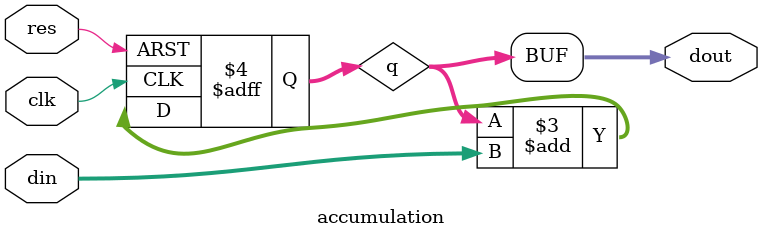
<source format=v>
module accumulation(clk, res, din, dout);
    input   clk, res;
    input   [3:0] din;
    output  [7:0] dout;

    reg     [7:0]   q;

    always @(posedge clk or posedge res) begin
        if(res == 1'b1)
            q <= 8'b0;
        else
            q <= q + din;
    end

    assign dout[7:0] = q[7:0];

endmodule

</source>
